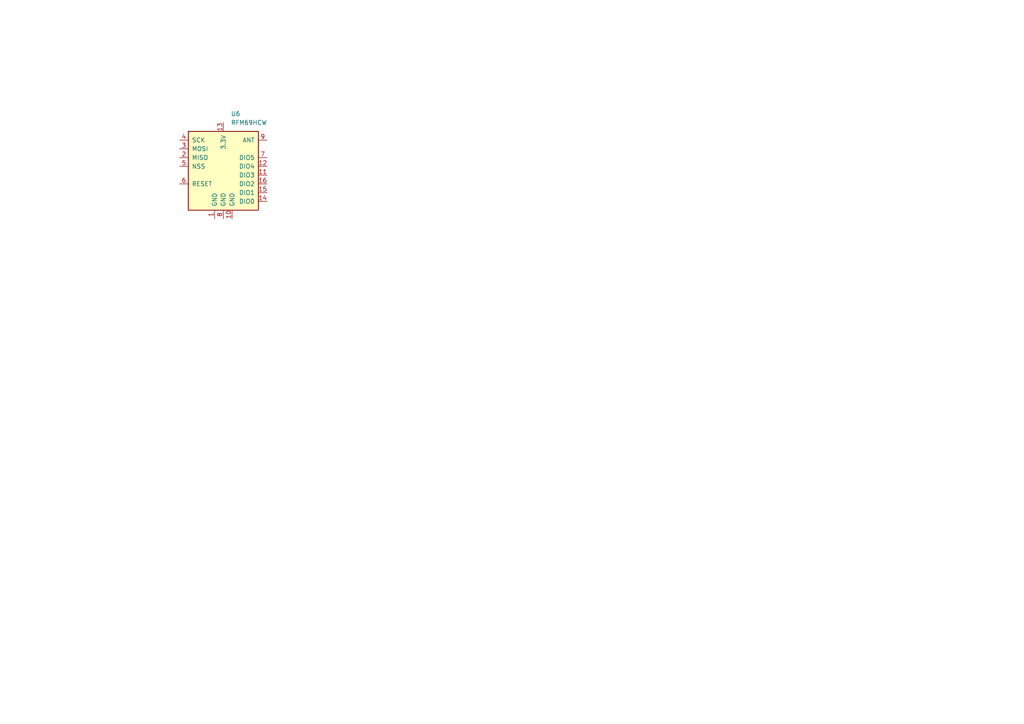
<source format=kicad_sch>
(kicad_sch (version 20231120) (generator "eeschema") (generator_version "8.0")
  (paper "A4")
  (lib_symbols
    (symbol "RF_Module:RFM69HCW" (pin_names (offset 1.016))
      (property "Reference" "U" (at -10.414 11.684 0))
      (property "Value" "RFM69HCW" (at 1.524 11.43 0))
      (symbol "RFM69HCW_0_1"
        (rectangle (start -10.16 10.16) (end 10.16 -12.7) (stroke (width 0.254)) (fill (type background)))
      )
      (symbol "RFM69HCW_1_1"
        (pin power_in line (at -2.54 -15.24 90) (length 2.54) (name "GND") (number "1"))
        (pin power_in line (at 2.54 -15.24 90) (length 2.54) (name "GND") (number "10"))
        (pin bidirectional line (at 12.7 -2.54 180) (length 2.54) (name "DIO3") (number "11"))
        (pin bidirectional line (at 12.7 0 180) (length 2.54) (name "DIO4") (number "12"))
        (pin power_in line (at 0 12.7 270) (length 2.54) (name "3.3V") (number "13"))
        (pin bidirectional line (at 12.7 -10.16 180) (length 2.54) (name "DIO0") (number "14"))
        (pin bidirectional line (at 12.7 -7.62 180) (length 2.54) (name "DIO1") (number "15"))
        (pin bidirectional line (at 12.7 -5.08 180) (length 2.54) (name "DIO2") (number "16"))
        (pin output line (at -12.7 2.54 0) (length 2.54) (name "MISO") (number "2"))
        (pin input line (at -12.7 5.08 0) (length 2.54) (name "MOSI") (number "3"))
        (pin input line (at -12.7 7.62 0) (length 2.54) (name "SCK") (number "4"))
        (pin input line (at -12.7 0 0) (length 2.54) (name "NSS") (number "5"))
        (pin bidirectional line (at -12.7 -5.08 0) (length 2.54) (name "RESET") (number "6"))
        (pin bidirectional line (at 12.7 2.54 180) (length 2.54) (name "DIO5") (number "7"))
        (pin power_in line (at 0 -15.24 90) (length 2.54) (name "GND") (number "8"))
        (pin bidirectional line (at 12.7 7.62 180) (length 2.54) (name "ANT") (number "9"))
      )
    )
  )
  (symbol (lib_id "RF_Module:RFM69HCW") (at 64.77 48.26 0) (unit 1)
    (property "Reference" "U6" (at 66.9641 33.02 0) (effects (justify left)))
    (property "Value" "RFM69HCW" (at 66.9641 35.56 0) (effects (justify left)))
    (property "Footprint" "RF_Module:HOPERF_RFM9XW_SMD" (effects (hide yes)))
    (property "Datasheet" "https://www.hoperf.com/data/upload/portal/20181127/5bfcb8284d838.pdf" (effects (hide yes)))
    (property "Description" "Low power ISM Radio Transceiver Module, SPI interface, AES encryption, 434 or 915 MHz, up to 100mW, up to 300 kb/s, SMD-16, DIP-16" (effects (hide yes)))
  )
)
</source>
